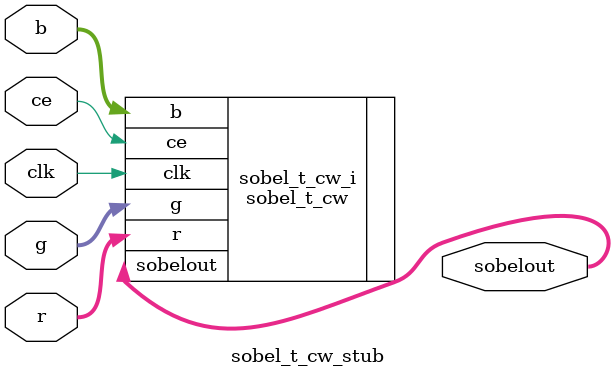
<source format=v>
`timescale 1ns / 1ps


module sobel_t_cw_stub
(
  b,
  ce,
  clk,// clock period = 15.0 ns (66.66666666666667 Mhz)
  g,
  r,
  sobelout
  );

  input [15:0] b;
  input  ce;
  input  clk;// clock period = 15.0 ns (66.66666666666667 Mhz)
  input [15:0] g;
  input [15:0] r;
  output [40:0] sobelout;

sobel_t_cw sobel_t_cw_i (
  .b(b),
  .ce(ce),
  .clk(clk),
  .g(g),
  .r(r),
  .sobelout(sobelout));

endmodule 

</source>
